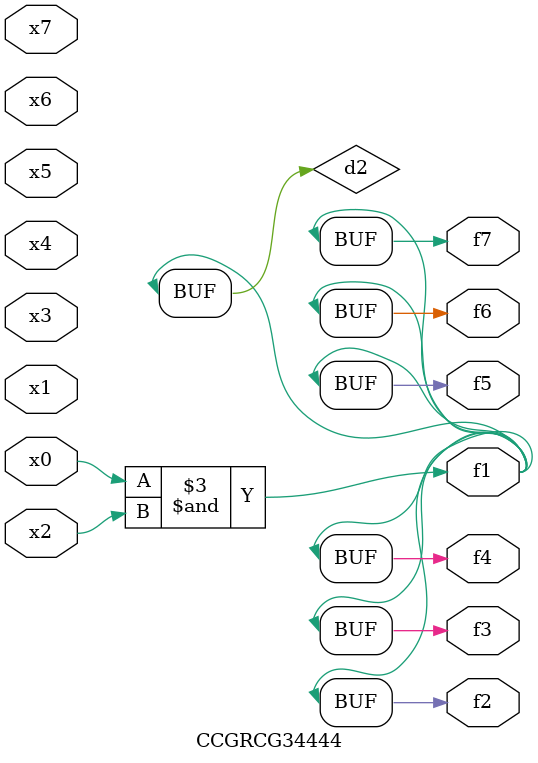
<source format=v>
module CCGRCG34444(
	input x0, x1, x2, x3, x4, x5, x6, x7,
	output f1, f2, f3, f4, f5, f6, f7
);

	wire d1, d2;

	nor (d1, x3, x6);
	and (d2, x0, x2);
	assign f1 = d2;
	assign f2 = d2;
	assign f3 = d2;
	assign f4 = d2;
	assign f5 = d2;
	assign f6 = d2;
	assign f7 = d2;
endmodule

</source>
